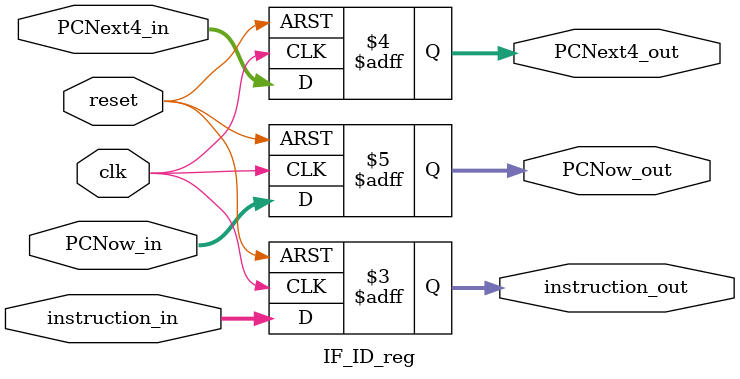
<source format=v>
module IF_ID_reg(clk,reset, instruction_in, PCNext4_in, PCNow_in, instruction_out, PCNext4_out, PCNow_out);

    input clk, reset;
	input [31:0] instruction_in,PCNext4_in,PCNow_in;
	output [31:0] instruction_out, PCNext4_out,PCNow_out;
	reg [31:0] instruction_out, PCNext4_out,PCNow_out;
	
	always @(posedge clk or negedge reset)
    begin
    	if (~reset)begin
    		instruction_out <= 32'b0;
			PCNext4_out <= 32'b0;
			PCNow_out <= 0;
    	end
    	else begin
			instruction_out <= instruction_in;
			PCNext4_out <= PCNext4_in;
			PCNow_out <= PCNow_in;
    	end
    end

endmodule
</source>
